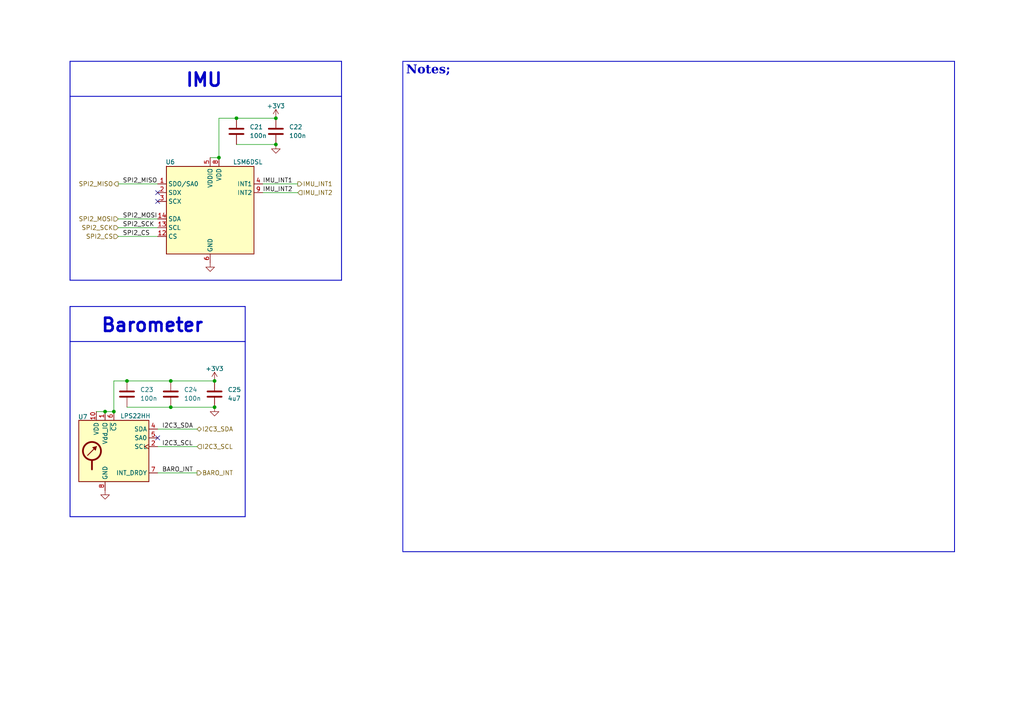
<source format=kicad_sch>
(kicad_sch
	(version 20250114)
	(generator "eeschema")
	(generator_version "9.0")
	(uuid "202b4c99-c4af-4960-bb30-aa47788978dd")
	(paper "A4")
	(title_block
		(title "Sensors")
		(date "2025-12-05")
		(rev "A")
		(company "MaD_RaNgA")
	)
	(lib_symbols
		(symbol "Device:C"
			(pin_numbers
				(hide yes)
			)
			(pin_names
				(offset 0.254)
			)
			(exclude_from_sim no)
			(in_bom yes)
			(on_board yes)
			(property "Reference" "C"
				(at 0.635 2.54 0)
				(effects
					(font
						(size 1.27 1.27)
					)
					(justify left)
				)
			)
			(property "Value" "C"
				(at 0.635 -2.54 0)
				(effects
					(font
						(size 1.27 1.27)
					)
					(justify left)
				)
			)
			(property "Footprint" ""
				(at 0.9652 -3.81 0)
				(effects
					(font
						(size 1.27 1.27)
					)
					(hide yes)
				)
			)
			(property "Datasheet" "~"
				(at 0 0 0)
				(effects
					(font
						(size 1.27 1.27)
					)
					(hide yes)
				)
			)
			(property "Description" "Unpolarized capacitor"
				(at 0 0 0)
				(effects
					(font
						(size 1.27 1.27)
					)
					(hide yes)
				)
			)
			(property "ki_keywords" "cap capacitor"
				(at 0 0 0)
				(effects
					(font
						(size 1.27 1.27)
					)
					(hide yes)
				)
			)
			(property "ki_fp_filters" "C_*"
				(at 0 0 0)
				(effects
					(font
						(size 1.27 1.27)
					)
					(hide yes)
				)
			)
			(symbol "C_0_1"
				(polyline
					(pts
						(xy -2.032 0.762) (xy 2.032 0.762)
					)
					(stroke
						(width 0.508)
						(type default)
					)
					(fill
						(type none)
					)
				)
				(polyline
					(pts
						(xy -2.032 -0.762) (xy 2.032 -0.762)
					)
					(stroke
						(width 0.508)
						(type default)
					)
					(fill
						(type none)
					)
				)
			)
			(symbol "C_1_1"
				(pin passive line
					(at 0 3.81 270)
					(length 2.794)
					(name "~"
						(effects
							(font
								(size 1.27 1.27)
							)
						)
					)
					(number "1"
						(effects
							(font
								(size 1.27 1.27)
							)
						)
					)
				)
				(pin passive line
					(at 0 -3.81 90)
					(length 2.794)
					(name "~"
						(effects
							(font
								(size 1.27 1.27)
							)
						)
					)
					(number "2"
						(effects
							(font
								(size 1.27 1.27)
							)
						)
					)
				)
			)
			(embedded_fonts no)
		)
		(symbol "Sensor_Motion:LSM6DSL"
			(exclude_from_sim no)
			(in_bom yes)
			(on_board yes)
			(property "Reference" "U"
				(at -11.43 15.24 0)
				(effects
					(font
						(size 1.27 1.27)
					)
					(justify left)
				)
			)
			(property "Value" "LSM6DSL"
				(at -11.43 12.7 0)
				(effects
					(font
						(size 1.27 1.27)
					)
					(justify left bottom)
				)
			)
			(property "Footprint" "Package_LGA:LGA-14_3x2.5mm_P0.5mm_LayoutBorder3x4y"
				(at -10.16 -17.78 0)
				(effects
					(font
						(size 1.27 1.27)
					)
					(justify left)
					(hide yes)
				)
			)
			(property "Datasheet" "https://www.st.com/resource/en/datasheet/lsm6dsl.pdf"
				(at 2.54 -16.51 0)
				(effects
					(font
						(size 1.27 1.27)
					)
					(hide yes)
				)
			)
			(property "Description" "I2C/SPI, iNEMO inertial module: always-on 3D accelerometer and 3D gyroscope, 1.71V to 3.6V VCC"
				(at 0 0 0)
				(effects
					(font
						(size 1.27 1.27)
					)
					(hide yes)
				)
			)
			(property "ki_keywords" "Accelerometer Gyroscope MEMS"
				(at 0 0 0)
				(effects
					(font
						(size 1.27 1.27)
					)
					(hide yes)
				)
			)
			(property "ki_fp_filters" "LGA*3x2.5mm*P0.5mm*LayoutBorder3x4y*"
				(at 0 0 0)
				(effects
					(font
						(size 1.27 1.27)
					)
					(hide yes)
				)
			)
			(symbol "LSM6DSL_0_1"
				(rectangle
					(start -12.7 12.7)
					(end 12.7 -12.7)
					(stroke
						(width 0.254)
						(type default)
					)
					(fill
						(type background)
					)
				)
			)
			(symbol "LSM6DSL_1_1"
				(pin bidirectional line
					(at -15.24 7.62 0)
					(length 2.54)
					(name "SDO/SA0"
						(effects
							(font
								(size 1.27 1.27)
							)
						)
					)
					(number "1"
						(effects
							(font
								(size 1.27 1.27)
							)
						)
					)
				)
				(pin bidirectional line
					(at -15.24 5.08 0)
					(length 2.54)
					(name "SDX"
						(effects
							(font
								(size 1.27 1.27)
							)
						)
					)
					(number "2"
						(effects
							(font
								(size 1.27 1.27)
							)
						)
					)
				)
				(pin input line
					(at -15.24 2.54 0)
					(length 2.54)
					(name "SCX"
						(effects
							(font
								(size 1.27 1.27)
							)
						)
					)
					(number "3"
						(effects
							(font
								(size 1.27 1.27)
							)
						)
					)
				)
				(pin bidirectional line
					(at -15.24 -2.54 0)
					(length 2.54)
					(name "SDA"
						(effects
							(font
								(size 1.27 1.27)
							)
						)
					)
					(number "14"
						(effects
							(font
								(size 1.27 1.27)
							)
						)
					)
				)
				(pin input line
					(at -15.24 -5.08 0)
					(length 2.54)
					(name "SCL"
						(effects
							(font
								(size 1.27 1.27)
							)
						)
					)
					(number "13"
						(effects
							(font
								(size 1.27 1.27)
							)
						)
					)
				)
				(pin input line
					(at -15.24 -7.62 0)
					(length 2.54)
					(name "CS"
						(effects
							(font
								(size 1.27 1.27)
							)
						)
					)
					(number "12"
						(effects
							(font
								(size 1.27 1.27)
							)
						)
					)
				)
				(pin power_in line
					(at 0 15.24 270)
					(length 2.54)
					(name "VDDIO"
						(effects
							(font
								(size 1.27 1.27)
							)
						)
					)
					(number "5"
						(effects
							(font
								(size 1.27 1.27)
							)
						)
					)
				)
				(pin power_in line
					(at 0 -15.24 90)
					(length 2.54)
					(name "GND"
						(effects
							(font
								(size 1.27 1.27)
							)
						)
					)
					(number "6"
						(effects
							(font
								(size 1.27 1.27)
							)
						)
					)
				)
				(pin passive line
					(at 0 -15.24 90)
					(length 2.54)
					(hide yes)
					(name "GND"
						(effects
							(font
								(size 1.27 1.27)
							)
						)
					)
					(number "7"
						(effects
							(font
								(size 1.27 1.27)
							)
						)
					)
				)
				(pin power_in line
					(at 2.54 15.24 270)
					(length 2.54)
					(name "VDD"
						(effects
							(font
								(size 1.27 1.27)
							)
						)
					)
					(number "8"
						(effects
							(font
								(size 1.27 1.27)
							)
						)
					)
				)
				(pin no_connect line
					(at 12.7 -2.54 180)
					(length 3.81)
					(hide yes)
					(name "NC"
						(effects
							(font
								(size 1.27 1.27)
							)
						)
					)
					(number "11"
						(effects
							(font
								(size 1.27 1.27)
							)
						)
					)
				)
				(pin no_connect line
					(at 12.7 -5.08 180)
					(length 3.81)
					(hide yes)
					(name "NC"
						(effects
							(font
								(size 1.27 1.27)
							)
						)
					)
					(number "10"
						(effects
							(font
								(size 1.27 1.27)
							)
						)
					)
				)
				(pin output line
					(at 15.24 7.62 180)
					(length 2.54)
					(name "INT1"
						(effects
							(font
								(size 1.27 1.27)
							)
						)
					)
					(number "4"
						(effects
							(font
								(size 1.27 1.27)
							)
						)
					)
				)
				(pin output line
					(at 15.24 5.08 180)
					(length 2.54)
					(name "INT2"
						(effects
							(font
								(size 1.27 1.27)
							)
						)
					)
					(number "9"
						(effects
							(font
								(size 1.27 1.27)
							)
						)
					)
				)
			)
			(embedded_fonts no)
		)
		(symbol "Sensor_Pressure:LPS22HH"
			(exclude_from_sim no)
			(in_bom yes)
			(on_board yes)
			(property "Reference" "U6"
				(at -11.43 2.5401 0)
				(effects
					(font
						(size 1.27 1.27)
					)
					(justify right)
				)
			)
			(property "Value" "LPS22HH"
				(at -11.43 0.0001 0)
				(effects
					(font
						(size 1.27 1.27)
					)
					(justify right)
				)
			)
			(property "Footprint" "Package_LGA:ST_HLGA-10_2x2mm_P0.5mm_LayoutBorder3x2y"
				(at 1.27 -11.43 0)
				(effects
					(font
						(size 1.27 1.27)
					)
					(justify left)
					(hide yes)
				)
			)
			(property "Datasheet" "https://www.st.com/resource/en/datasheet/lps22hh.pdf"
				(at 1.27 -13.97 0)
				(effects
					(font
						(size 1.27 1.27)
					)
					(justify left)
					(hide yes)
				)
			)
			(property "Description" "MEMS nano pressure sensor, 260-1260 hPa, absolute digital output baromeeter, 24 bit, SPI, I2C, I3C, 0.65 Pa noise rms, ST_HLGA-10L"
				(at 0 0 0)
				(effects
					(font
						(size 1.27 1.27)
					)
					(hide yes)
				)
			)
			(property "Manufacturer" "STMicroelectronics"
				(at 0 0 0)
				(effects
					(font
						(size 1.27 1.27)
					)
					(hide yes)
				)
			)
			(property "Manufacturer Part No." "LPS22HHTR"
				(at 0 0 0)
				(effects
					(font
						(size 1.27 1.27)
					)
					(hide yes)
				)
			)
			(property "Mouser No." "511-LPS22HHTR"
				(at 0 0 0)
				(effects
					(font
						(size 1.27 1.27)
					)
					(hide yes)
				)
			)
			(property "LCSC No." "C2827824"
				(at 0 0 0)
				(effects
					(font
						(size 1.27 1.27)
					)
					(hide yes)
				)
			)
			(property "ki_keywords" "mems absolute baromeeter spi i2c i3c pressure"
				(at 0 0 0)
				(effects
					(font
						(size 1.27 1.27)
					)
					(hide yes)
				)
			)
			(property "ki_fp_filters" "ST?HLGA*2x2mm*P0.5mm*LayoutBorder3x2y*"
				(at 0 0 0)
				(effects
					(font
						(size 1.27 1.27)
					)
					(hide yes)
				)
			)
			(symbol "LPS22HH_0_1"
				(rectangle
					(start -10.16 10.16)
					(end 10.16 -7.62)
					(stroke
						(width 0.254)
						(type default)
					)
					(fill
						(type background)
					)
				)
				(polyline
					(pts
						(xy -7.62 0) (xy -5.08 2.54)
					)
					(stroke
						(width 0.254)
						(type default)
					)
					(fill
						(type none)
					)
				)
				(circle
					(center -6.35 1.27)
					(radius 2.6162)
					(stroke
						(width 0.508)
						(type default)
					)
					(fill
						(type none)
					)
				)
				(polyline
					(pts
						(xy -6.35 -1.524) (xy -6.35 -4.064)
					)
					(stroke
						(width 0.508)
						(type default)
					)
					(fill
						(type none)
					)
				)
				(polyline
					(pts
						(xy -5.08 2.54) (xy -5.334 1.524) (xy -6.096 2.286) (xy -5.08 2.54)
					)
					(stroke
						(width 0.254)
						(type default)
					)
					(fill
						(type outline)
					)
				)
			)
			(symbol "LPS22HH_1_1"
				(pin power_in line
					(at -5.08 12.7 270)
					(length 2.54)
					(name "VDD"
						(effects
							(font
								(size 1.27 1.27)
							)
						)
					)
					(number "10"
						(effects
							(font
								(size 1.27 1.27)
							)
						)
					)
				)
				(pin power_in line
					(at -2.54 12.7 270)
					(length 2.54)
					(name "Vdd_IO"
						(effects
							(font
								(size 1.27 1.27)
							)
						)
					)
					(number "1"
						(effects
							(font
								(size 1.27 1.27)
							)
						)
					)
				)
				(pin passive line
					(at -2.54 -10.16 90)
					(length 2.54)
					(hide yes)
					(name "GND"
						(effects
							(font
								(size 1.27 1.27)
							)
						)
					)
					(number "3"
						(effects
							(font
								(size 1.27 1.27)
							)
						)
					)
				)
				(pin power_in line
					(at -2.54 -10.16 90)
					(length 2.54)
					(name "GND"
						(effects
							(font
								(size 1.27 1.27)
							)
						)
					)
					(number "8"
						(effects
							(font
								(size 1.27 1.27)
							)
						)
					)
				)
				(pin passive line
					(at -2.54 -10.16 90)
					(length 2.54)
					(hide yes)
					(name "GND"
						(effects
							(font
								(size 1.27 1.27)
							)
						)
					)
					(number "9"
						(effects
							(font
								(size 1.27 1.27)
							)
						)
					)
				)
				(pin input line
					(at 0 12.7 270)
					(length 2.54)
					(name "~{CS}"
						(effects
							(font
								(size 1.27 1.27)
							)
						)
					)
					(number "6"
						(effects
							(font
								(size 1.27 1.27)
							)
						)
					)
				)
				(pin bidirectional line
					(at 12.7 7.62 180)
					(length 2.54)
					(name "SDA"
						(effects
							(font
								(size 1.27 1.27)
							)
						)
					)
					(number "4"
						(effects
							(font
								(size 1.27 1.27)
							)
						)
					)
					(alternate "SDI" input line)
					(alternate "SDI/SDO" bidirectional line)
				)
				(pin input line
					(at 12.7 5.08 180)
					(length 2.54)
					(name "SA0"
						(effects
							(font
								(size 1.27 1.27)
							)
						)
					)
					(number "5"
						(effects
							(font
								(size 1.27 1.27)
							)
						)
					)
					(alternate "SDO" output line)
				)
				(pin input clock
					(at 12.7 2.54 180)
					(length 2.54)
					(name "SCL"
						(effects
							(font
								(size 1.27 1.27)
							)
						)
					)
					(number "2"
						(effects
							(font
								(size 1.27 1.27)
							)
						)
					)
					(alternate "SPC" input clock)
				)
				(pin output line
					(at 12.7 -5.08 180)
					(length 2.54)
					(name "INT_DRDY"
						(effects
							(font
								(size 1.27 1.27)
							)
						)
					)
					(number "7"
						(effects
							(font
								(size 1.27 1.27)
							)
						)
					)
				)
			)
			(embedded_fonts no)
		)
		(symbol "power:+3V3"
			(power)
			(pin_numbers
				(hide yes)
			)
			(pin_names
				(offset 0)
				(hide yes)
			)
			(exclude_from_sim no)
			(in_bom yes)
			(on_board yes)
			(property "Reference" "#PWR"
				(at 0 -3.81 0)
				(effects
					(font
						(size 1.27 1.27)
					)
					(hide yes)
				)
			)
			(property "Value" "+3V3"
				(at 0 3.556 0)
				(effects
					(font
						(size 1.27 1.27)
					)
				)
			)
			(property "Footprint" ""
				(at 0 0 0)
				(effects
					(font
						(size 1.27 1.27)
					)
					(hide yes)
				)
			)
			(property "Datasheet" ""
				(at 0 0 0)
				(effects
					(font
						(size 1.27 1.27)
					)
					(hide yes)
				)
			)
			(property "Description" "Power symbol creates a global label with name \"+3V3\""
				(at 0 0 0)
				(effects
					(font
						(size 1.27 1.27)
					)
					(hide yes)
				)
			)
			(property "ki_keywords" "global power"
				(at 0 0 0)
				(effects
					(font
						(size 1.27 1.27)
					)
					(hide yes)
				)
			)
			(symbol "+3V3_0_1"
				(polyline
					(pts
						(xy -0.762 1.27) (xy 0 2.54)
					)
					(stroke
						(width 0)
						(type default)
					)
					(fill
						(type none)
					)
				)
				(polyline
					(pts
						(xy 0 2.54) (xy 0.762 1.27)
					)
					(stroke
						(width 0)
						(type default)
					)
					(fill
						(type none)
					)
				)
				(polyline
					(pts
						(xy 0 0) (xy 0 2.54)
					)
					(stroke
						(width 0)
						(type default)
					)
					(fill
						(type none)
					)
				)
			)
			(symbol "+3V3_1_1"
				(pin power_in line
					(at 0 0 90)
					(length 0)
					(name "~"
						(effects
							(font
								(size 1.27 1.27)
							)
						)
					)
					(number "1"
						(effects
							(font
								(size 1.27 1.27)
							)
						)
					)
				)
			)
			(embedded_fonts no)
		)
		(symbol "power:GND"
			(power)
			(pin_numbers
				(hide yes)
			)
			(pin_names
				(offset 0)
				(hide yes)
			)
			(exclude_from_sim no)
			(in_bom yes)
			(on_board yes)
			(property "Reference" "#PWR"
				(at 0 -6.35 0)
				(effects
					(font
						(size 1.27 1.27)
					)
					(hide yes)
				)
			)
			(property "Value" "GND"
				(at 0 -3.81 0)
				(effects
					(font
						(size 1.27 1.27)
					)
				)
			)
			(property "Footprint" ""
				(at 0 0 0)
				(effects
					(font
						(size 1.27 1.27)
					)
					(hide yes)
				)
			)
			(property "Datasheet" ""
				(at 0 0 0)
				(effects
					(font
						(size 1.27 1.27)
					)
					(hide yes)
				)
			)
			(property "Description" "Power symbol creates a global label with name \"GND\" , ground"
				(at 0 0 0)
				(effects
					(font
						(size 1.27 1.27)
					)
					(hide yes)
				)
			)
			(property "ki_keywords" "global power"
				(at 0 0 0)
				(effects
					(font
						(size 1.27 1.27)
					)
					(hide yes)
				)
			)
			(symbol "GND_0_1"
				(polyline
					(pts
						(xy 0 0) (xy 0 -1.27) (xy 1.27 -1.27) (xy 0 -2.54) (xy -1.27 -1.27) (xy 0 -1.27)
					)
					(stroke
						(width 0)
						(type default)
					)
					(fill
						(type none)
					)
				)
			)
			(symbol "GND_1_1"
				(pin power_in line
					(at 0 0 270)
					(length 0)
					(name "~"
						(effects
							(font
								(size 1.27 1.27)
							)
						)
					)
					(number "1"
						(effects
							(font
								(size 1.27 1.27)
							)
						)
					)
				)
			)
			(embedded_fonts no)
		)
	)
	(text "Barometer"
		(exclude_from_sim no)
		(at 44.196 94.488 0)
		(effects
			(font
				(size 3.81 3.81)
				(thickness 0.762)
				(bold yes)
			)
		)
		(uuid "44f76504-20a4-4028-9448-839a1c6ee183")
	)
	(text "IMU"
		(exclude_from_sim no)
		(at 59.182 23.368 0)
		(effects
			(font
				(size 3.81 3.81)
				(thickness 0.762)
				(bold yes)
			)
		)
		(uuid "d514b29b-67c4-4473-9375-f9f2368326ba")
	)
	(text_box "Notes;"
		(exclude_from_sim no)
		(at 116.84 17.78 0)
		(size 160.02 142.24)
		(margins 0.9525 0.9525 0.9525 0.9525)
		(stroke
			(width 0.254)
			(type solid)
		)
		(fill
			(type color)
			(color 255 255 255 1)
		)
		(effects
			(font
				(face "Times New Roman")
				(size 2.54 2.54)
				(thickness 0.254)
				(bold yes)
			)
			(justify left top)
		)
		(uuid "5835ad8d-be8d-4db9-986c-1e0cee56317e")
	)
	(junction
		(at 62.23 110.49)
		(diameter 0)
		(color 0 0 0 0)
		(uuid "193de3a2-ff8d-41a9-a571-8c0244a45900")
	)
	(junction
		(at 63.5 45.72)
		(diameter 0)
		(color 0 0 0 0)
		(uuid "23ec4b72-dd4b-4bd8-9b05-856931ecb1d7")
	)
	(junction
		(at 80.01 41.91)
		(diameter 0)
		(color 0 0 0 0)
		(uuid "29fe3fac-10d1-4eaa-acad-1cdc0612b2e6")
	)
	(junction
		(at 36.83 110.49)
		(diameter 0)
		(color 0 0 0 0)
		(uuid "489045c7-9004-4276-9219-a0a8fabf3529")
	)
	(junction
		(at 30.48 119.38)
		(diameter 0)
		(color 0 0 0 0)
		(uuid "7e8afa2b-a152-4b16-9000-43fea6b66f07")
	)
	(junction
		(at 68.58 34.29)
		(diameter 0)
		(color 0 0 0 0)
		(uuid "93acfc56-683a-4001-b364-76a05b5db4a7")
	)
	(junction
		(at 62.23 118.11)
		(diameter 0)
		(color 0 0 0 0)
		(uuid "c7073658-7c6a-4ddb-9531-dd35b9538d58")
	)
	(junction
		(at 33.02 119.38)
		(diameter 0)
		(color 0 0 0 0)
		(uuid "cdfd792f-ceef-4956-b65a-3eb0fbe15b96")
	)
	(junction
		(at 80.01 34.29)
		(diameter 0)
		(color 0 0 0 0)
		(uuid "e69a50ec-49e8-4b7f-9b30-35063512681e")
	)
	(junction
		(at 49.53 110.49)
		(diameter 0)
		(color 0 0 0 0)
		(uuid "ebe8262e-8072-4a7b-a9fd-16cb8ebeaf82")
	)
	(junction
		(at 49.53 118.11)
		(diameter 0)
		(color 0 0 0 0)
		(uuid "f2e8b7f5-4661-4a45-8579-6961d00deeed")
	)
	(no_connect
		(at 45.72 127)
		(uuid "bd18c5e1-60c4-4c89-b97d-06805688b801")
	)
	(no_connect
		(at 45.72 55.88)
		(uuid "c785bd7e-c112-435a-a428-89932cfec252")
	)
	(no_connect
		(at 45.72 58.42)
		(uuid "d742e733-119a-4b64-b046-20c377202ec6")
	)
	(polyline
		(pts
			(xy 71.12 88.9) (xy 71.12 99.06)
		)
		(stroke
			(width 0.254)
			(type solid)
		)
		(uuid "116b8618-1969-4887-a3cf-1696eae00280")
	)
	(polyline
		(pts
			(xy 99.06 17.78) (xy 99.06 27.94)
		)
		(stroke
			(width 0.254)
			(type solid)
		)
		(uuid "1259e6dc-cece-4d26-8da1-c0577cb14b2d")
	)
	(polyline
		(pts
			(xy 20.32 88.9) (xy 71.12 88.9)
		)
		(stroke
			(width 0.254)
			(type solid)
		)
		(uuid "1915d619-caf3-4df3-987d-95dc695f97ec")
	)
	(wire
		(pts
			(xy 76.2 55.88) (xy 86.36 55.88)
		)
		(stroke
			(width 0)
			(type default)
		)
		(uuid "1e392845-b437-4f47-82bd-56fea5a13921")
	)
	(wire
		(pts
			(xy 45.72 129.54) (xy 57.15 129.54)
		)
		(stroke
			(width 0)
			(type default)
		)
		(uuid "20aef426-d8f7-422c-b6d5-31fb3ef7a20c")
	)
	(wire
		(pts
			(xy 68.58 34.29) (xy 80.01 34.29)
		)
		(stroke
			(width 0)
			(type default)
		)
		(uuid "299a0042-3dd3-4aec-866d-373d07ed9896")
	)
	(wire
		(pts
			(xy 33.02 110.49) (xy 33.02 119.38)
		)
		(stroke
			(width 0)
			(type default)
		)
		(uuid "2b96ee5e-74ac-47a2-afda-c21eef55f4f7")
	)
	(wire
		(pts
			(xy 30.48 119.38) (xy 33.02 119.38)
		)
		(stroke
			(width 0)
			(type default)
		)
		(uuid "2e8a6515-edde-4744-b2ee-88e86314a801")
	)
	(wire
		(pts
			(xy 36.83 118.11) (xy 49.53 118.11)
		)
		(stroke
			(width 0)
			(type default)
		)
		(uuid "366e4c01-404b-4d48-a6d5-da348cc41a4a")
	)
	(wire
		(pts
			(xy 68.58 41.91) (xy 80.01 41.91)
		)
		(stroke
			(width 0)
			(type default)
		)
		(uuid "3cc3fae1-0723-4734-ab6b-14761f5a8142")
	)
	(polyline
		(pts
			(xy 71.12 99.06) (xy 71.12 149.86)
		)
		(stroke
			(width 0.254)
			(type solid)
		)
		(uuid "3d2af7d0-09f9-47cb-9318-d32ad2c8ea4a")
	)
	(polyline
		(pts
			(xy 20.32 99.06) (xy 20.32 88.9)
		)
		(stroke
			(width 0.254)
			(type solid)
		)
		(uuid "3d34a110-d73b-4de8-a1c0-67a96e98c85f")
	)
	(polyline
		(pts
			(xy 20.32 99.06) (xy 20.32 149.86)
		)
		(stroke
			(width 0.254)
			(type solid)
		)
		(uuid "3eeace6c-dd7e-4a40-88fd-86929d5df8d1")
	)
	(wire
		(pts
			(xy 62.23 110.49) (xy 49.53 110.49)
		)
		(stroke
			(width 0)
			(type default)
		)
		(uuid "43ef8b1c-bac4-4b2f-8947-18c92347b5aa")
	)
	(wire
		(pts
			(xy 76.2 53.34) (xy 86.36 53.34)
		)
		(stroke
			(width 0)
			(type default)
		)
		(uuid "4b96b76d-047f-4681-9e5e-571663db576b")
	)
	(wire
		(pts
			(xy 63.5 45.72) (xy 63.5 34.29)
		)
		(stroke
			(width 0)
			(type default)
		)
		(uuid "5280d6d3-c26f-4b33-aaca-32602390599e")
	)
	(wire
		(pts
			(xy 27.94 119.38) (xy 30.48 119.38)
		)
		(stroke
			(width 0)
			(type default)
		)
		(uuid "54ce2714-e292-4aa9-89e9-56d9a0f358ce")
	)
	(polyline
		(pts
			(xy 20.32 17.78) (xy 99.06 17.78)
		)
		(stroke
			(width 0.254)
			(type solid)
		)
		(uuid "68d4f6c6-cab8-43f8-afec-42d46d92b374")
	)
	(polyline
		(pts
			(xy 99.06 81.28) (xy 20.32 81.28)
		)
		(stroke
			(width 0.254)
			(type solid)
		)
		(uuid "6b72712d-4007-489b-a5dc-8a0559f648ed")
	)
	(wire
		(pts
			(xy 34.29 53.34) (xy 45.72 53.34)
		)
		(stroke
			(width 0)
			(type default)
		)
		(uuid "75bbf01a-726f-4595-8c81-7c1b37e18cd0")
	)
	(wire
		(pts
			(xy 60.96 45.72) (xy 63.5 45.72)
		)
		(stroke
			(width 0)
			(type default)
		)
		(uuid "7ac172e3-ac34-4692-a3e6-f91aec492d56")
	)
	(wire
		(pts
			(xy 63.5 34.29) (xy 68.58 34.29)
		)
		(stroke
			(width 0)
			(type default)
		)
		(uuid "8b7b02d1-b97c-4587-8697-77bed77d4e77")
	)
	(wire
		(pts
			(xy 36.83 110.49) (xy 33.02 110.49)
		)
		(stroke
			(width 0)
			(type default)
		)
		(uuid "8c79abfe-6233-41eb-b204-e18458b17dff")
	)
	(wire
		(pts
			(xy 34.29 66.04) (xy 45.72 66.04)
		)
		(stroke
			(width 0)
			(type default)
		)
		(uuid "9cda4d6f-a28c-4907-a1da-4cbffd63b06d")
	)
	(wire
		(pts
			(xy 45.72 124.46) (xy 57.15 124.46)
		)
		(stroke
			(width 0)
			(type default)
		)
		(uuid "9e622020-fac5-4eac-9b2c-6770ac35355a")
	)
	(polyline
		(pts
			(xy 20.32 27.94) (xy 20.32 17.78)
		)
		(stroke
			(width 0.254)
			(type solid)
		)
		(uuid "b8056364-47da-44c6-86df-36fc9124132f")
	)
	(polyline
		(pts
			(xy 99.06 27.94) (xy 99.06 81.28)
		)
		(stroke
			(width 0.254)
			(type solid)
		)
		(uuid "cdbd7e67-cabc-4711-ad6d-ebb616e6887d")
	)
	(polyline
		(pts
			(xy 20.32 99.06) (xy 71.12 99.06)
		)
		(stroke
			(width 0.254)
			(type solid)
		)
		(uuid "d58979fe-e0f4-44f1-ac25-5f15d2b3a2ab")
	)
	(polyline
		(pts
			(xy 20.32 27.94) (xy 20.32 81.28)
		)
		(stroke
			(width 0.254)
			(type solid)
		)
		(uuid "d8814293-6ae2-496b-b287-2137fddb15fb")
	)
	(wire
		(pts
			(xy 49.53 118.11) (xy 62.23 118.11)
		)
		(stroke
			(width 0)
			(type default)
		)
		(uuid "dc5056e2-2064-4062-ad07-173e95100304")
	)
	(polyline
		(pts
			(xy 71.12 149.86) (xy 20.32 149.86)
		)
		(stroke
			(width 0.254)
			(type solid)
		)
		(uuid "dddbedc9-c212-4d1e-87c8-b5ea572806bf")
	)
	(wire
		(pts
			(xy 49.53 110.49) (xy 36.83 110.49)
		)
		(stroke
			(width 0)
			(type default)
		)
		(uuid "e6e196e8-6b30-4a01-a94c-38dcd6db60f5")
	)
	(wire
		(pts
			(xy 34.29 63.5) (xy 45.72 63.5)
		)
		(stroke
			(width 0)
			(type default)
		)
		(uuid "e931e6ec-406e-4df7-a0b7-0c62adf3c3ea")
	)
	(wire
		(pts
			(xy 34.29 68.58) (xy 45.72 68.58)
		)
		(stroke
			(width 0)
			(type default)
		)
		(uuid "f1f2627a-0c22-4482-a111-457df67722e0")
	)
	(wire
		(pts
			(xy 45.72 137.16) (xy 57.15 137.16)
		)
		(stroke
			(width 0)
			(type default)
		)
		(uuid "fd61afd9-a2fe-4ca7-9914-c4493665e94a")
	)
	(polyline
		(pts
			(xy 20.32 27.94) (xy 99.06 27.94)
		)
		(stroke
			(width 0.254)
			(type solid)
		)
		(uuid "ffef9002-0210-47c7-9bb1-8516c6cdcef2")
	)
	(label "IMU_INT2"
		(at 76.2 55.88 0)
		(effects
			(font
				(size 1.27 1.27)
			)
			(justify left bottom)
		)
		(uuid "0264d09b-3865-491d-9142-4a388f8cd894")
	)
	(label "SPI2_SCK"
		(at 35.56 66.04 0)
		(effects
			(font
				(size 1.27 1.27)
			)
			(justify left bottom)
		)
		(uuid "2598fee1-0b7f-4121-b58a-313f8f4f28b4")
	)
	(label "I2C3_SDA"
		(at 46.99 124.46 0)
		(effects
			(font
				(size 1.27 1.27)
			)
			(justify left bottom)
		)
		(uuid "29bcb20a-68ea-4e8c-835b-84d72d4fe597")
	)
	(label "I2C3_SCL"
		(at 46.99 129.54 0)
		(effects
			(font
				(size 1.27 1.27)
			)
			(justify left bottom)
		)
		(uuid "6f9b0783-9697-4dbb-be17-6072737167c5")
	)
	(label "IMU_INT1"
		(at 76.2 53.34 0)
		(effects
			(font
				(size 1.27 1.27)
			)
			(justify left bottom)
		)
		(uuid "93e41d51-314e-4fa6-90ee-53c0f237cab9")
	)
	(label "SPI2_CS"
		(at 35.56 68.58 0)
		(effects
			(font
				(size 1.27 1.27)
			)
			(justify left bottom)
		)
		(uuid "c1e15b8e-c4cd-4141-960b-4d32e4a1e859")
	)
	(label "BARO_INT"
		(at 46.99 137.16 0)
		(effects
			(font
				(size 1.27 1.27)
			)
			(justify left bottom)
		)
		(uuid "d2644462-e837-4c82-a547-c2fcac7c4029")
	)
	(label "SPI2_MISO"
		(at 35.56 53.34 0)
		(effects
			(font
				(size 1.27 1.27)
			)
			(justify left bottom)
		)
		(uuid "df2b8d2b-8c93-456f-9bb5-4bf82d95b56a")
	)
	(label "SPI2_MOSI"
		(at 35.56 63.5 0)
		(effects
			(font
				(size 1.27 1.27)
			)
			(justify left bottom)
		)
		(uuid "ff6d0a7c-ef21-433a-9a30-7f9ecb81baa0")
	)
	(hierarchical_label "SPI2_CS"
		(shape input)
		(at 34.29 68.58 180)
		(effects
			(font
				(size 1.27 1.27)
			)
			(justify right)
		)
		(uuid "3380beaf-6c52-449b-91e0-5ec3d3942d1a")
	)
	(hierarchical_label "SPI2_MOSI"
		(shape input)
		(at 34.29 63.5 180)
		(effects
			(font
				(size 1.27 1.27)
			)
			(justify right)
		)
		(uuid "3ae04304-f9f3-487a-9b6a-28426977ed7b")
	)
	(hierarchical_label "I2C3_SCL"
		(shape input)
		(at 57.15 129.54 0)
		(effects
			(font
				(size 1.27 1.27)
			)
			(justify left)
		)
		(uuid "6b402cdd-829f-42c7-bc86-8b7ae6cbce3f")
	)
	(hierarchical_label "BARO_INT"
		(shape output)
		(at 57.15 137.16 0)
		(effects
			(font
				(size 1.27 1.27)
			)
			(justify left)
		)
		(uuid "6effcf19-91fa-4298-95c3-8aedc8a49bc4")
	)
	(hierarchical_label "IMU_INT1"
		(shape output)
		(at 86.36 53.34 0)
		(effects
			(font
				(size 1.27 1.27)
			)
			(justify left)
		)
		(uuid "95878bdc-c3ba-4c1c-ac84-d7c3d3078515")
	)
	(hierarchical_label "SPI2_SCK"
		(shape input)
		(at 34.29 66.04 180)
		(effects
			(font
				(size 1.27 1.27)
			)
			(justify right)
		)
		(uuid "ca95aec9-4044-4e3d-beba-e09b294b38ac")
	)
	(hierarchical_label "SPI2_MISO"
		(shape output)
		(at 34.29 53.34 180)
		(effects
			(font
				(size 1.27 1.27)
			)
			(justify right)
		)
		(uuid "d3a1ef5c-e1e3-492e-8f38-826b9f5017a8")
	)
	(hierarchical_label "IMU_INT2"
		(shape input)
		(at 86.36 55.88 0)
		(effects
			(font
				(size 1.27 1.27)
			)
			(justify left)
		)
		(uuid "e4fd0c5a-4c1f-4536-a6bb-c91357b7f180")
	)
	(hierarchical_label "I2C3_SDA"
		(shape bidirectional)
		(at 57.15 124.46 0)
		(effects
			(font
				(size 1.27 1.27)
			)
			(justify left)
		)
		(uuid "f237f4f7-401e-40fe-8118-491bbdc5513a")
	)
	(symbol
		(lib_id "power:GND")
		(at 30.48 142.24 0)
		(unit 1)
		(exclude_from_sim no)
		(in_bom yes)
		(on_board yes)
		(dnp no)
		(fields_autoplaced yes)
		(uuid "0e494efb-bc3c-4e65-abde-ce060e40ac00")
		(property "Reference" "#PWR0161"
			(at 30.48 148.59 0)
			(effects
				(font
					(size 1.27 1.27)
				)
				(hide yes)
			)
		)
		(property "Value" "GND"
			(at 30.48 147.32 0)
			(effects
				(font
					(size 1.27 1.27)
				)
				(hide yes)
			)
		)
		(property "Footprint" ""
			(at 30.48 142.24 0)
			(effects
				(font
					(size 1.27 1.27)
				)
				(hide yes)
			)
		)
		(property "Datasheet" ""
			(at 30.48 142.24 0)
			(effects
				(font
					(size 1.27 1.27)
				)
				(hide yes)
			)
		)
		(property "Description" "Power symbol creates a global label with name \"GND\" , ground"
			(at 30.48 142.24 0)
			(effects
				(font
					(size 1.27 1.27)
				)
				(hide yes)
			)
		)
		(pin "1"
			(uuid "d4ba440e-9bf0-4614-825e-6b1041b4b21c")
		)
		(instances
			(project "Budget_FC"
				(path "/4a021a95-ba7b-44b1-a18a-6fc4a274b032/86e99081-f121-4d99-a6fc-c811b9747cd3"
					(reference "#PWR0161")
					(unit 1)
				)
			)
		)
	)
	(symbol
		(lib_id "power:GND")
		(at 62.23 118.11 0)
		(unit 1)
		(exclude_from_sim no)
		(in_bom yes)
		(on_board yes)
		(dnp no)
		(fields_autoplaced yes)
		(uuid "17a651a5-c4bd-4524-baac-7034c2490f25")
		(property "Reference" "#PWR0162"
			(at 62.23 124.46 0)
			(effects
				(font
					(size 1.27 1.27)
				)
				(hide yes)
			)
		)
		(property "Value" "GND"
			(at 62.23 123.19 0)
			(effects
				(font
					(size 1.27 1.27)
				)
				(hide yes)
			)
		)
		(property "Footprint" ""
			(at 62.23 118.11 0)
			(effects
				(font
					(size 1.27 1.27)
				)
				(hide yes)
			)
		)
		(property "Datasheet" ""
			(at 62.23 118.11 0)
			(effects
				(font
					(size 1.27 1.27)
				)
				(hide yes)
			)
		)
		(property "Description" "Power symbol creates a global label with name \"GND\" , ground"
			(at 62.23 118.11 0)
			(effects
				(font
					(size 1.27 1.27)
				)
				(hide yes)
			)
		)
		(pin "1"
			(uuid "c4830248-93eb-4ad5-9ca7-e6d0d27176ab")
		)
		(instances
			(project "Budget_FC"
				(path "/4a021a95-ba7b-44b1-a18a-6fc4a274b032/86e99081-f121-4d99-a6fc-c811b9747cd3"
					(reference "#PWR0162")
					(unit 1)
				)
			)
		)
	)
	(symbol
		(lib_id "power:+3V3")
		(at 80.01 34.29 0)
		(unit 1)
		(exclude_from_sim no)
		(in_bom yes)
		(on_board yes)
		(dnp no)
		(uuid "447492f7-db85-437d-8129-1a307144d9a2")
		(property "Reference" "#PWR0158"
			(at 80.01 38.1 0)
			(effects
				(font
					(size 1.27 1.27)
				)
				(hide yes)
			)
		)
		(property "Value" "+3V3"
			(at 80.01 30.734 0)
			(effects
				(font
					(size 1.27 1.27)
				)
			)
		)
		(property "Footprint" ""
			(at 80.01 34.29 0)
			(effects
				(font
					(size 1.27 1.27)
				)
				(hide yes)
			)
		)
		(property "Datasheet" ""
			(at 80.01 34.29 0)
			(effects
				(font
					(size 1.27 1.27)
				)
				(hide yes)
			)
		)
		(property "Description" "Power symbol creates a global label with name \"+3V3\""
			(at 80.01 34.29 0)
			(effects
				(font
					(size 1.27 1.27)
				)
				(hide yes)
			)
		)
		(pin "1"
			(uuid "05bc6886-00e5-49ea-a91e-bde39b35eabc")
		)
		(instances
			(project "Budget_FC"
				(path "/4a021a95-ba7b-44b1-a18a-6fc4a274b032/86e99081-f121-4d99-a6fc-c811b9747cd3"
					(reference "#PWR0158")
					(unit 1)
				)
			)
		)
	)
	(symbol
		(lib_id "power:GND")
		(at 60.96 76.2 0)
		(unit 1)
		(exclude_from_sim no)
		(in_bom yes)
		(on_board yes)
		(dnp no)
		(fields_autoplaced yes)
		(uuid "497ae84f-2352-4d50-97f1-7c6a3f3d60d7")
		(property "Reference" "#PWR0159"
			(at 60.96 82.55 0)
			(effects
				(font
					(size 1.27 1.27)
				)
				(hide yes)
			)
		)
		(property "Value" "GND"
			(at 60.96 81.28 0)
			(effects
				(font
					(size 1.27 1.27)
				)
				(hide yes)
			)
		)
		(property "Footprint" ""
			(at 60.96 76.2 0)
			(effects
				(font
					(size 1.27 1.27)
				)
				(hide yes)
			)
		)
		(property "Datasheet" ""
			(at 60.96 76.2 0)
			(effects
				(font
					(size 1.27 1.27)
				)
				(hide yes)
			)
		)
		(property "Description" "Power symbol creates a global label with name \"GND\" , ground"
			(at 60.96 76.2 0)
			(effects
				(font
					(size 1.27 1.27)
				)
				(hide yes)
			)
		)
		(pin "1"
			(uuid "5a3014af-d9d7-427d-999b-865d48fbdb0a")
		)
		(instances
			(project "Budget_FC"
				(path "/4a021a95-ba7b-44b1-a18a-6fc4a274b032/86e99081-f121-4d99-a6fc-c811b9747cd3"
					(reference "#PWR0159")
					(unit 1)
				)
			)
		)
	)
	(symbol
		(lib_id "Device:C")
		(at 80.01 38.1 0)
		(unit 1)
		(exclude_from_sim no)
		(in_bom yes)
		(on_board yes)
		(dnp no)
		(fields_autoplaced yes)
		(uuid "8876a026-28a1-4977-b5dc-006fea96b302")
		(property "Reference" "C22"
			(at 83.82 36.8299 0)
			(effects
				(font
					(size 1.27 1.27)
				)
				(justify left)
			)
		)
		(property "Value" "100n"
			(at 83.82 39.3699 0)
			(effects
				(font
					(size 1.27 1.27)
				)
				(justify left)
			)
		)
		(property "Footprint" "Capacitor_SMD:C_0603_1608Metric_Pad1.08x0.95mm_HandSolder"
			(at 80.9752 41.91 0)
			(effects
				(font
					(size 1.27 1.27)
				)
				(hide yes)
			)
		)
		(property "Datasheet" "https://www.lcsc.com/datasheet/C519438.pdf"
			(at 80.01 38.1 0)
			(effects
				(font
					(size 1.27 1.27)
				)
				(hide yes)
			)
		)
		(property "Description" "Unpolarized capacitor"
			(at 80.01 38.1 0)
			(effects
				(font
					(size 1.27 1.27)
				)
				(hide yes)
			)
		)
		(property "Manufacturer" "YAGEO"
			(at 80.01 38.1 0)
			(effects
				(font
					(size 1.27 1.27)
				)
				(hide yes)
			)
		)
		(property "Manufacturer Part No." "CC0603KRX7R6BB104"
			(at 80.01 38.1 0)
			(effects
				(font
					(size 1.27 1.27)
				)
				(hide yes)
			)
		)
		(property "LCSC No." "C519438"
			(at 80.01 38.1 0)
			(effects
				(font
					(size 1.27 1.27)
				)
				(hide yes)
			)
		)
		(pin "2"
			(uuid "00d9a1ea-cf1c-4e1c-9787-9e550aed68be")
		)
		(pin "1"
			(uuid "755cadc4-99a1-4cbf-b420-9d3ad0783a95")
		)
		(instances
			(project "Budget_FC"
				(path "/4a021a95-ba7b-44b1-a18a-6fc4a274b032/86e99081-f121-4d99-a6fc-c811b9747cd3"
					(reference "C22")
					(unit 1)
				)
			)
		)
	)
	(symbol
		(lib_id "power:GND")
		(at 80.01 41.91 0)
		(unit 1)
		(exclude_from_sim no)
		(in_bom yes)
		(on_board yes)
		(dnp no)
		(fields_autoplaced yes)
		(uuid "908b24d8-69e5-4787-99e8-cf33cdc27036")
		(property "Reference" "#PWR0157"
			(at 80.01 48.26 0)
			(effects
				(font
					(size 1.27 1.27)
				)
				(hide yes)
			)
		)
		(property "Value" "GND"
			(at 80.01 46.99 0)
			(effects
				(font
					(size 1.27 1.27)
				)
				(hide yes)
			)
		)
		(property "Footprint" ""
			(at 80.01 41.91 0)
			(effects
				(font
					(size 1.27 1.27)
				)
				(hide yes)
			)
		)
		(property "Datasheet" ""
			(at 80.01 41.91 0)
			(effects
				(font
					(size 1.27 1.27)
				)
				(hide yes)
			)
		)
		(property "Description" "Power symbol creates a global label with name \"GND\" , ground"
			(at 80.01 41.91 0)
			(effects
				(font
					(size 1.27 1.27)
				)
				(hide yes)
			)
		)
		(pin "1"
			(uuid "f0d8af48-da8a-485d-ad1e-e8d8c2886b39")
		)
		(instances
			(project "Budget_FC"
				(path "/4a021a95-ba7b-44b1-a18a-6fc4a274b032/86e99081-f121-4d99-a6fc-c811b9747cd3"
					(reference "#PWR0157")
					(unit 1)
				)
			)
		)
	)
	(symbol
		(lib_id "power:+3V3")
		(at 62.23 110.49 0)
		(unit 1)
		(exclude_from_sim no)
		(in_bom yes)
		(on_board yes)
		(dnp no)
		(uuid "bbed8563-1361-402d-8247-211dc2ee639d")
		(property "Reference" "#PWR0160"
			(at 62.23 114.3 0)
			(effects
				(font
					(size 1.27 1.27)
				)
				(hide yes)
			)
		)
		(property "Value" "+3V3"
			(at 62.23 106.934 0)
			(effects
				(font
					(size 1.27 1.27)
				)
			)
		)
		(property "Footprint" ""
			(at 62.23 110.49 0)
			(effects
				(font
					(size 1.27 1.27)
				)
				(hide yes)
			)
		)
		(property "Datasheet" ""
			(at 62.23 110.49 0)
			(effects
				(font
					(size 1.27 1.27)
				)
				(hide yes)
			)
		)
		(property "Description" "Power symbol creates a global label with name \"+3V3\""
			(at 62.23 110.49 0)
			(effects
				(font
					(size 1.27 1.27)
				)
				(hide yes)
			)
		)
		(pin "1"
			(uuid "0c4f1d7c-23e8-4dde-b168-7df2144f00c3")
		)
		(instances
			(project "Budget_FC"
				(path "/4a021a95-ba7b-44b1-a18a-6fc4a274b032/86e99081-f121-4d99-a6fc-c811b9747cd3"
					(reference "#PWR0160")
					(unit 1)
				)
			)
		)
	)
	(symbol
		(lib_id "Sensor_Pressure:LPS22HH")
		(at 33.02 132.08 0)
		(unit 1)
		(exclude_from_sim no)
		(in_bom yes)
		(on_board yes)
		(dnp no)
		(uuid "d386cdd8-c81d-48f1-9630-628e7993fdab")
		(property "Reference" "U7"
			(at 25.4 120.904 0)
			(effects
				(font
					(size 1.27 1.27)
				)
				(justify right)
			)
		)
		(property "Value" "LPS22HH"
			(at 43.688 120.65 0)
			(effects
				(font
					(size 1.27 1.27)
				)
				(justify right)
			)
		)
		(property "Footprint" "Package_LGA:ST_HLGA-10_2x2mm_P0.5mm_LayoutBorder3x2y"
			(at 34.29 143.51 0)
			(effects
				(font
					(size 1.27 1.27)
				)
				(justify left)
				(hide yes)
			)
		)
		(property "Datasheet" "https://www.st.com/resource/en/datasheet/lps22hh.pdf"
			(at 34.29 146.05 0)
			(effects
				(font
					(size 1.27 1.27)
				)
				(justify left)
				(hide yes)
			)
		)
		(property "Description" "MEMS nano pressure sensor, 260-1260 hPa, absolute digital output baromeeter, 24 bit, SPI, I2C, I3C, 0.65 Pa noise rms, ST_HLGA-10L"
			(at 33.02 132.08 0)
			(effects
				(font
					(size 1.27 1.27)
				)
				(hide yes)
			)
		)
		(property "Manufacturer" "STMicroelectronics"
			(at 33.02 132.08 0)
			(effects
				(font
					(size 1.27 1.27)
				)
				(hide yes)
			)
		)
		(property "Manufacturer Part No." "LPS22HHTR"
			(at 33.02 132.08 0)
			(effects
				(font
					(size 1.27 1.27)
				)
				(hide yes)
			)
		)
		(property "Mouser No." "511-LPS22HHTR"
			(at 33.02 132.08 0)
			(effects
				(font
					(size 1.27 1.27)
				)
				(hide yes)
			)
		)
		(property "LCSC No." "C2827824"
			(at 33.02 132.08 0)
			(effects
				(font
					(size 1.27 1.27)
				)
				(hide yes)
			)
		)
		(pin "10"
			(uuid "ed62e5d1-4956-433b-bc5d-865e925f607d")
		)
		(pin "1"
			(uuid "54aca76d-5ffe-4e93-be0f-939ef1943c99")
		)
		(pin "5"
			(uuid "b8a21239-c5a3-4db7-9c07-fb45fe82862d")
		)
		(pin "6"
			(uuid "282b3e8c-fcb1-4b2d-828b-3d8bab3fd78d")
		)
		(pin "7"
			(uuid "13045969-4fef-43e1-81e1-9cdabc9663ba")
		)
		(pin "9"
			(uuid "9335a684-3972-4596-bb1b-0f64ba83222e")
		)
		(pin "8"
			(uuid "e6168625-ef99-4e64-928a-e0e660ca46c7")
		)
		(pin "4"
			(uuid "88b7c72b-cd43-4c19-865e-da3279002c64")
		)
		(pin "2"
			(uuid "769f245d-ad0d-40d3-b742-235d3d65f223")
		)
		(pin "3"
			(uuid "5e44cd36-d529-4100-8afd-dada7dc7e1d1")
		)
		(instances
			(project ""
				(path "/4a021a95-ba7b-44b1-a18a-6fc4a274b032/86e99081-f121-4d99-a6fc-c811b9747cd3"
					(reference "U7")
					(unit 1)
				)
			)
		)
	)
	(symbol
		(lib_id "Device:C")
		(at 36.83 114.3 0)
		(unit 1)
		(exclude_from_sim no)
		(in_bom yes)
		(on_board yes)
		(dnp no)
		(fields_autoplaced yes)
		(uuid "d51528dd-771b-44af-8542-e51a8f81df4a")
		(property "Reference" "C23"
			(at 40.64 113.0299 0)
			(effects
				(font
					(size 1.27 1.27)
				)
				(justify left)
			)
		)
		(property "Value" "100n"
			(at 40.64 115.5699 0)
			(effects
				(font
					(size 1.27 1.27)
				)
				(justify left)
			)
		)
		(property "Footprint" "Capacitor_SMD:C_0603_1608Metric_Pad1.08x0.95mm_HandSolder"
			(at 37.7952 118.11 0)
			(effects
				(font
					(size 1.27 1.27)
				)
				(hide yes)
			)
		)
		(property "Datasheet" "https://www.lcsc.com/datasheet/C519438.pdf"
			(at 36.83 114.3 0)
			(effects
				(font
					(size 1.27 1.27)
				)
				(hide yes)
			)
		)
		(property "Description" "Unpolarized capacitor"
			(at 36.83 114.3 0)
			(effects
				(font
					(size 1.27 1.27)
				)
				(hide yes)
			)
		)
		(property "Manufacturer" "YAGEO"
			(at 36.83 114.3 0)
			(effects
				(font
					(size 1.27 1.27)
				)
				(hide yes)
			)
		)
		(property "Manufacturer Part No." "CC0603KRX7R6BB104"
			(at 36.83 114.3 0)
			(effects
				(font
					(size 1.27 1.27)
				)
				(hide yes)
			)
		)
		(property "LCSC No." "C519438"
			(at 36.83 114.3 0)
			(effects
				(font
					(size 1.27 1.27)
				)
				(hide yes)
			)
		)
		(pin "2"
			(uuid "f3060e2f-68a8-41ed-9cdb-41351580b9b5")
		)
		(pin "1"
			(uuid "8b97de5f-276c-4fd0-8bf0-27891467791b")
		)
		(instances
			(project "Budget_FC"
				(path "/4a021a95-ba7b-44b1-a18a-6fc4a274b032/86e99081-f121-4d99-a6fc-c811b9747cd3"
					(reference "C23")
					(unit 1)
				)
			)
		)
	)
	(symbol
		(lib_id "Device:C")
		(at 49.53 114.3 0)
		(unit 1)
		(exclude_from_sim no)
		(in_bom yes)
		(on_board yes)
		(dnp no)
		(fields_autoplaced yes)
		(uuid "da903411-b05f-4a20-8944-abd3d9751dd6")
		(property "Reference" "C24"
			(at 53.34 113.0299 0)
			(effects
				(font
					(size 1.27 1.27)
				)
				(justify left)
			)
		)
		(property "Value" "100n"
			(at 53.34 115.5699 0)
			(effects
				(font
					(size 1.27 1.27)
				)
				(justify left)
			)
		)
		(property "Footprint" "Capacitor_SMD:C_0603_1608Metric_Pad1.08x0.95mm_HandSolder"
			(at 50.4952 118.11 0)
			(effects
				(font
					(size 1.27 1.27)
				)
				(hide yes)
			)
		)
		(property "Datasheet" "https://www.lcsc.com/datasheet/C519438.pdf"
			(at 49.53 114.3 0)
			(effects
				(font
					(size 1.27 1.27)
				)
				(hide yes)
			)
		)
		(property "Description" "Unpolarized capacitor"
			(at 49.53 114.3 0)
			(effects
				(font
					(size 1.27 1.27)
				)
				(hide yes)
			)
		)
		(property "Manufacturer" "YAGEO"
			(at 49.53 114.3 0)
			(effects
				(font
					(size 1.27 1.27)
				)
				(hide yes)
			)
		)
		(property "Manufacturer Part No." "CC0603KRX7R6BB104"
			(at 49.53 114.3 0)
			(effects
				(font
					(size 1.27 1.27)
				)
				(hide yes)
			)
		)
		(property "LCSC No." "C519438"
			(at 49.53 114.3 0)
			(effects
				(font
					(size 1.27 1.27)
				)
				(hide yes)
			)
		)
		(pin "2"
			(uuid "6b4572cf-f58a-4139-8415-2c1e4f8f0a79")
		)
		(pin "1"
			(uuid "6232a9ce-7ddf-4244-a565-eeba92557e32")
		)
		(instances
			(project "Budget_FC"
				(path "/4a021a95-ba7b-44b1-a18a-6fc4a274b032/86e99081-f121-4d99-a6fc-c811b9747cd3"
					(reference "C24")
					(unit 1)
				)
			)
		)
	)
	(symbol
		(lib_id "Device:C")
		(at 68.58 38.1 0)
		(unit 1)
		(exclude_from_sim no)
		(in_bom yes)
		(on_board yes)
		(dnp no)
		(fields_autoplaced yes)
		(uuid "df7babe1-99f6-48e8-9072-1b12cc4af12e")
		(property "Reference" "C21"
			(at 72.39 36.8299 0)
			(effects
				(font
					(size 1.27 1.27)
				)
				(justify left)
			)
		)
		(property "Value" "100n"
			(at 72.39 39.3699 0)
			(effects
				(font
					(size 1.27 1.27)
				)
				(justify left)
			)
		)
		(property "Footprint" "Capacitor_SMD:C_0603_1608Metric_Pad1.08x0.95mm_HandSolder"
			(at 69.5452 41.91 0)
			(effects
				(font
					(size 1.27 1.27)
				)
				(hide yes)
			)
		)
		(property "Datasheet" "https://www.lcsc.com/datasheet/C519438.pdf"
			(at 68.58 38.1 0)
			(effects
				(font
					(size 1.27 1.27)
				)
				(hide yes)
			)
		)
		(property "Description" "Unpolarized capacitor"
			(at 68.58 38.1 0)
			(effects
				(font
					(size 1.27 1.27)
				)
				(hide yes)
			)
		)
		(property "Manufacturer" "YAGEO"
			(at 68.58 38.1 0)
			(effects
				(font
					(size 1.27 1.27)
				)
				(hide yes)
			)
		)
		(property "Manufacturer Part No." "CC0603KRX7R6BB104"
			(at 68.58 38.1 0)
			(effects
				(font
					(size 1.27 1.27)
				)
				(hide yes)
			)
		)
		(property "LCSC No." "C519438"
			(at 68.58 38.1 0)
			(effects
				(font
					(size 1.27 1.27)
				)
				(hide yes)
			)
		)
		(pin "2"
			(uuid "849f2dcd-26c6-4e40-9439-85a4ea64e00a")
		)
		(pin "1"
			(uuid "5bf34e1a-b95d-4998-ba0c-bd30ff174c88")
		)
		(instances
			(project "Budget_FC"
				(path "/4a021a95-ba7b-44b1-a18a-6fc4a274b032/86e99081-f121-4d99-a6fc-c811b9747cd3"
					(reference "C21")
					(unit 1)
				)
			)
		)
	)
	(symbol
		(lib_id "Sensor_Motion:LSM6DSL")
		(at 60.96 60.96 0)
		(unit 1)
		(exclude_from_sim no)
		(in_bom yes)
		(on_board yes)
		(dnp no)
		(uuid "e8408726-9952-443b-9ae6-80c986f16f23")
		(property "Reference" "U6"
			(at 48.006 46.99 0)
			(effects
				(font
					(size 1.27 1.27)
				)
				(justify left)
			)
		)
		(property "Value" "LSM6DSL"
			(at 67.564 46.99 0)
			(effects
				(font
					(size 1.27 1.27)
				)
				(justify left)
			)
		)
		(property "Footprint" "Package_LGA:LGA-14_3x2.5mm_P0.5mm_LayoutBorder3x4y"
			(at 50.8 78.74 0)
			(effects
				(font
					(size 1.27 1.27)
				)
				(justify left)
				(hide yes)
			)
		)
		(property "Datasheet" "https://www.st.com/resource/en/datasheet/lsm6dsl.pdf"
			(at 63.5 77.47 0)
			(effects
				(font
					(size 1.27 1.27)
				)
				(hide yes)
			)
		)
		(property "Description" "I2C/SPI, iNEMO inertial module: always-on 3D accelerometer and 3D gyroscope, 1.71V to 3.6V VCC"
			(at 60.96 60.96 0)
			(effects
				(font
					(size 1.27 1.27)
				)
				(hide yes)
			)
		)
		(property "Manufacturer" "STMicroelectronics"
			(at 60.96 60.96 0)
			(effects
				(font
					(size 1.27 1.27)
				)
				(hide yes)
			)
		)
		(property "Manufacturer Part No." "LSM6DSLTR"
			(at 60.96 60.96 0)
			(effects
				(font
					(size 1.27 1.27)
				)
				(hide yes)
			)
		)
		(property "Mouser No." "511-LSM6DSLTR"
			(at 60.96 60.96 0)
			(effects
				(font
					(size 1.27 1.27)
				)
				(hide yes)
			)
		)
		(property "LCSC No." "C126672"
			(at 60.96 60.96 0)
			(effects
				(font
					(size 1.27 1.27)
				)
				(hide yes)
			)
		)
		(pin "5"
			(uuid "5681e0b9-dc84-4109-9ae8-af52854eb3e4")
		)
		(pin "2"
			(uuid "4a3e4e98-73d5-488e-aa56-d54f38861b93")
		)
		(pin "3"
			(uuid "95bfc726-4b4d-45b5-9ce4-7ec4506d47c0")
		)
		(pin "8"
			(uuid "b0a87da3-698d-4de6-bfc8-f81f995335e1")
		)
		(pin "9"
			(uuid "e011f788-4dba-4178-ad9c-2313ae9cb0b9")
		)
		(pin "1"
			(uuid "ea91a187-a06d-4542-be84-b45db85c9ddd")
		)
		(pin "14"
			(uuid "b86bdd76-bf27-49cd-93d7-ec1494ddafc3")
		)
		(pin "13"
			(uuid "b6bdeb07-000d-4ab5-8cef-1bfc538540d2")
		)
		(pin "12"
			(uuid "a3a223e2-fce4-42ef-981a-f20fa1129b76")
		)
		(pin "7"
			(uuid "ca7a0018-3adc-4da0-9bb2-bacc0d8a3fe0")
		)
		(pin "6"
			(uuid "4aa9195b-a462-403e-a890-d76c069ee68a")
		)
		(pin "11"
			(uuid "31f7ac2b-1cb1-4b53-8ad3-890a795be6f6")
		)
		(pin "10"
			(uuid "84b0589a-7766-492a-9835-bb7145d56514")
		)
		(pin "4"
			(uuid "cc5130c4-dc7d-4e6d-96f4-03ebf8f5e5cf")
		)
		(instances
			(project ""
				(path "/4a021a95-ba7b-44b1-a18a-6fc4a274b032/86e99081-f121-4d99-a6fc-c811b9747cd3"
					(reference "U6")
					(unit 1)
				)
			)
		)
	)
	(symbol
		(lib_id "Device:C")
		(at 62.23 114.3 0)
		(unit 1)
		(exclude_from_sim no)
		(in_bom yes)
		(on_board yes)
		(dnp no)
		(fields_autoplaced yes)
		(uuid "f386ebdd-02e0-4d7e-8f27-c534aae12db1")
		(property "Reference" "C25"
			(at 66.04 113.0299 0)
			(effects
				(font
					(size 1.27 1.27)
				)
				(justify left)
			)
		)
		(property "Value" "4u7"
			(at 66.04 115.5699 0)
			(effects
				(font
					(size 1.27 1.27)
				)
				(justify left)
			)
		)
		(property "Footprint" "Capacitor_SMD:C_0603_1608Metric_Pad1.08x0.95mm_HandSolder"
			(at 63.1952 118.11 0)
			(effects
				(font
					(size 1.27 1.27)
				)
				(hide yes)
			)
		)
		(property "Datasheet" "https://www.lcsc.com/datasheet/C109456.pdf"
			(at 62.23 114.3 0)
			(effects
				(font
					(size 1.27 1.27)
				)
				(hide yes)
			)
		)
		(property "Description" "Unpolarized capacitor"
			(at 62.23 114.3 0)
			(effects
				(font
					(size 1.27 1.27)
				)
				(hide yes)
			)
		)
		(property "Manufacturer" "YAGEO"
			(at 62.23 114.3 0)
			(effects
				(font
					(size 1.27 1.27)
				)
				(hide yes)
			)
		)
		(property "Manufacturer Part No." "CC0603KRX5R6BB475"
			(at 62.23 114.3 0)
			(effects
				(font
					(size 1.27 1.27)
				)
				(hide yes)
			)
		)
		(property "LCSC No." "C109456"
			(at 62.23 114.3 0)
			(effects
				(font
					(size 1.27 1.27)
				)
				(hide yes)
			)
		)
		(pin "2"
			(uuid "04c731e4-ca98-4122-a646-200538273379")
		)
		(pin "1"
			(uuid "be3cc6f6-b9ef-469f-8c01-76b24e21e0c9")
		)
		(instances
			(project "Budget_FC"
				(path "/4a021a95-ba7b-44b1-a18a-6fc4a274b032/86e99081-f121-4d99-a6fc-c811b9747cd3"
					(reference "C25")
					(unit 1)
				)
			)
		)
	)
)

</source>
